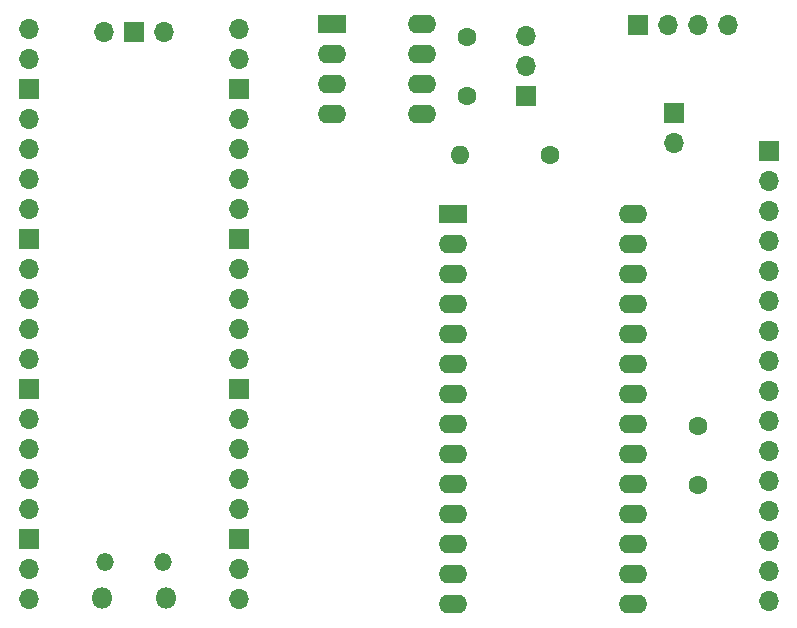
<source format=gbr>
%TF.GenerationSoftware,KiCad,Pcbnew,8.0.5*%
%TF.CreationDate,2024-11-17T15:10:29-05:00*%
%TF.ProjectId,kb-usb-to-coco,6b622d75-7362-42d7-946f-2d636f636f2e,rev?*%
%TF.SameCoordinates,Original*%
%TF.FileFunction,Soldermask,Bot*%
%TF.FilePolarity,Negative*%
%FSLAX46Y46*%
G04 Gerber Fmt 4.6, Leading zero omitted, Abs format (unit mm)*
G04 Created by KiCad (PCBNEW 8.0.5) date 2024-11-17 15:10:29*
%MOMM*%
%LPD*%
G01*
G04 APERTURE LIST*
%ADD10R,2.400000X1.600000*%
%ADD11O,2.400000X1.600000*%
%ADD12O,1.800000X1.800000*%
%ADD13O,1.500000X1.500000*%
%ADD14O,1.700000X1.700000*%
%ADD15R,1.700000X1.700000*%
%ADD16C,1.600000*%
%ADD17O,1.600000X1.600000*%
G04 APERTURE END LIST*
D10*
%TO.C,U2*%
X137500000Y-66420000D03*
D11*
X137500000Y-68960000D03*
X137500000Y-71500000D03*
X137500000Y-74040000D03*
X145120000Y-74040000D03*
X145120000Y-71500000D03*
X145120000Y-68960000D03*
X145120000Y-66420000D03*
%TD*%
D12*
%TO.C,U1*%
X118050000Y-115000000D03*
X123500000Y-115000000D03*
D13*
X123200000Y-111970000D03*
X118350000Y-111970000D03*
D14*
X129665000Y-115130000D03*
X129665000Y-112590000D03*
D15*
X129665000Y-110050000D03*
D14*
X129665000Y-107510000D03*
X129665000Y-104970000D03*
X129665000Y-102430000D03*
X129665000Y-99890000D03*
D15*
X129665000Y-97350000D03*
D14*
X129665000Y-94810000D03*
X129665000Y-92270000D03*
X129665000Y-89730000D03*
X129665000Y-87190000D03*
D15*
X129665000Y-84650000D03*
D14*
X129665000Y-82110000D03*
X129665000Y-79570000D03*
X129665000Y-77030000D03*
X129665000Y-74490000D03*
D15*
X129665000Y-71950000D03*
D14*
X129665000Y-69410000D03*
X129665000Y-66870000D03*
X111885000Y-66870000D03*
X111885000Y-69410000D03*
D15*
X111885000Y-71950000D03*
D14*
X111885000Y-74490000D03*
X111885000Y-77030000D03*
X111885000Y-79570000D03*
X111885000Y-82110000D03*
D15*
X111885000Y-84650000D03*
D14*
X111885000Y-87190000D03*
X111885000Y-89730000D03*
X111885000Y-92270000D03*
X111885000Y-94810000D03*
D15*
X111885000Y-97350000D03*
D14*
X111885000Y-99890000D03*
X111885000Y-102430000D03*
X111885000Y-104970000D03*
X111885000Y-107510000D03*
D15*
X111885000Y-110050000D03*
D14*
X111885000Y-112590000D03*
X111885000Y-115130000D03*
X123315000Y-67100000D03*
D15*
X120775000Y-67100000D03*
D14*
X118235000Y-67100000D03*
%TD*%
D16*
%TO.C,R19*%
X156000000Y-77500000D03*
D17*
X148380000Y-77500000D03*
%TD*%
D15*
%TO.C,J4*%
X166500000Y-73960000D03*
D14*
X166500000Y-76500000D03*
%TD*%
D15*
%TO.C,J3*%
X174500000Y-77180000D03*
D14*
X174500000Y-79720000D03*
X174500000Y-82260000D03*
X174500000Y-84800000D03*
X174500000Y-87340000D03*
X174500000Y-89880000D03*
X174500000Y-92420000D03*
X174500000Y-94960000D03*
X174500000Y-97500000D03*
X174500000Y-100040000D03*
X174500000Y-102580000D03*
X174500000Y-105120000D03*
X174500000Y-107660000D03*
X174500000Y-110200000D03*
X174500000Y-112740000D03*
X174500000Y-115280000D03*
%TD*%
D15*
%TO.C,J2*%
X154000000Y-72525000D03*
D14*
X154000000Y-69985000D03*
X154000000Y-67445000D03*
%TD*%
D15*
%TO.C,J1*%
X163420000Y-66500000D03*
D14*
X165960000Y-66500000D03*
X168500000Y-66500000D03*
X171040000Y-66500000D03*
%TD*%
D16*
%TO.C,C2*%
X149000000Y-67500000D03*
X149000000Y-72500000D03*
%TD*%
%TO.C,C1*%
X168500000Y-100500000D03*
X168500000Y-105500000D03*
%TD*%
D10*
%TO.C,U3*%
X147760000Y-82480000D03*
D11*
X147760000Y-85020000D03*
X147760000Y-87560000D03*
X147760000Y-90100000D03*
X147760000Y-92640000D03*
X147760000Y-95180000D03*
X147760000Y-97720000D03*
X147760000Y-100260000D03*
X147760000Y-102800000D03*
X147760000Y-105340000D03*
X147760000Y-107880000D03*
X147760000Y-110420000D03*
X147760000Y-112960000D03*
X147760000Y-115500000D03*
X163000000Y-115500000D03*
X163000000Y-112960000D03*
X163000000Y-110420000D03*
X163000000Y-107880000D03*
X163000000Y-105340000D03*
X163000000Y-102800000D03*
X163000000Y-100260000D03*
X163000000Y-97720000D03*
X163000000Y-95180000D03*
X163000000Y-92640000D03*
X163000000Y-90100000D03*
X163000000Y-87560000D03*
X163000000Y-85020000D03*
X163000000Y-82480000D03*
%TD*%
M02*

</source>
